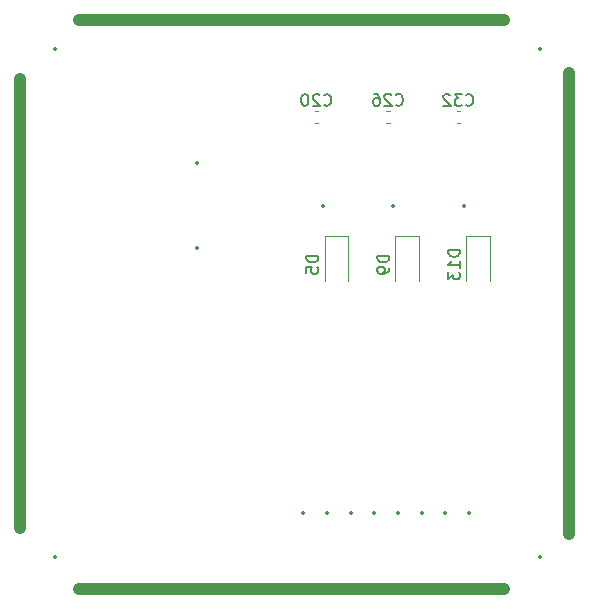
<source format=gbo>
%TF.GenerationSoftware,KiCad,Pcbnew,8.0.1*%
%TF.CreationDate,2024-09-08T16:24:45+01:00*%
%TF.ProjectId,BaselineRP2040MotorController,42617365-6c69-46e6-9552-50323034304d,rev?*%
%TF.SameCoordinates,Original*%
%TF.FileFunction,Legend,Bot*%
%TF.FilePolarity,Positive*%
%FSLAX46Y46*%
G04 Gerber Fmt 4.6, Leading zero omitted, Abs format (unit mm)*
G04 Created by KiCad (PCBNEW 8.0.1) date 2024-09-08 16:24:45*
%MOMM*%
%LPD*%
G01*
G04 APERTURE LIST*
%ADD10C,1.000000*%
%ADD11C,0.150000*%
%ADD12C,0.120000*%
%ADD13C,0.350000*%
G04 APERTURE END LIST*
D10*
X85900000Y-57600000D02*
X85900000Y-96600000D01*
X39400000Y-96100000D02*
X39400000Y-58100000D01*
X80400000Y-101260000D02*
X44400000Y-101260000D01*
X44400000Y-53100000D02*
X80400000Y-53100000D01*
D11*
X71202857Y-60279580D02*
X71250476Y-60327200D01*
X71250476Y-60327200D02*
X71393333Y-60374819D01*
X71393333Y-60374819D02*
X71488571Y-60374819D01*
X71488571Y-60374819D02*
X71631428Y-60327200D01*
X71631428Y-60327200D02*
X71726666Y-60231961D01*
X71726666Y-60231961D02*
X71774285Y-60136723D01*
X71774285Y-60136723D02*
X71821904Y-59946247D01*
X71821904Y-59946247D02*
X71821904Y-59803390D01*
X71821904Y-59803390D02*
X71774285Y-59612914D01*
X71774285Y-59612914D02*
X71726666Y-59517676D01*
X71726666Y-59517676D02*
X71631428Y-59422438D01*
X71631428Y-59422438D02*
X71488571Y-59374819D01*
X71488571Y-59374819D02*
X71393333Y-59374819D01*
X71393333Y-59374819D02*
X71250476Y-59422438D01*
X71250476Y-59422438D02*
X71202857Y-59470057D01*
X70821904Y-59470057D02*
X70774285Y-59422438D01*
X70774285Y-59422438D02*
X70679047Y-59374819D01*
X70679047Y-59374819D02*
X70440952Y-59374819D01*
X70440952Y-59374819D02*
X70345714Y-59422438D01*
X70345714Y-59422438D02*
X70298095Y-59470057D01*
X70298095Y-59470057D02*
X70250476Y-59565295D01*
X70250476Y-59565295D02*
X70250476Y-59660533D01*
X70250476Y-59660533D02*
X70298095Y-59803390D01*
X70298095Y-59803390D02*
X70869523Y-60374819D01*
X70869523Y-60374819D02*
X70250476Y-60374819D01*
X69393333Y-59374819D02*
X69583809Y-59374819D01*
X69583809Y-59374819D02*
X69679047Y-59422438D01*
X69679047Y-59422438D02*
X69726666Y-59470057D01*
X69726666Y-59470057D02*
X69821904Y-59612914D01*
X69821904Y-59612914D02*
X69869523Y-59803390D01*
X69869523Y-59803390D02*
X69869523Y-60184342D01*
X69869523Y-60184342D02*
X69821904Y-60279580D01*
X69821904Y-60279580D02*
X69774285Y-60327200D01*
X69774285Y-60327200D02*
X69679047Y-60374819D01*
X69679047Y-60374819D02*
X69488571Y-60374819D01*
X69488571Y-60374819D02*
X69393333Y-60327200D01*
X69393333Y-60327200D02*
X69345714Y-60279580D01*
X69345714Y-60279580D02*
X69298095Y-60184342D01*
X69298095Y-60184342D02*
X69298095Y-59946247D01*
X69298095Y-59946247D02*
X69345714Y-59851009D01*
X69345714Y-59851009D02*
X69393333Y-59803390D01*
X69393333Y-59803390D02*
X69488571Y-59755771D01*
X69488571Y-59755771D02*
X69679047Y-59755771D01*
X69679047Y-59755771D02*
X69774285Y-59803390D01*
X69774285Y-59803390D02*
X69821904Y-59851009D01*
X69821904Y-59851009D02*
X69869523Y-59946247D01*
X77147855Y-60289578D02*
X77195474Y-60337198D01*
X77195474Y-60337198D02*
X77338331Y-60384817D01*
X77338331Y-60384817D02*
X77433569Y-60384817D01*
X77433569Y-60384817D02*
X77576426Y-60337198D01*
X77576426Y-60337198D02*
X77671664Y-60241959D01*
X77671664Y-60241959D02*
X77719283Y-60146721D01*
X77719283Y-60146721D02*
X77766902Y-59956245D01*
X77766902Y-59956245D02*
X77766902Y-59813388D01*
X77766902Y-59813388D02*
X77719283Y-59622912D01*
X77719283Y-59622912D02*
X77671664Y-59527674D01*
X77671664Y-59527674D02*
X77576426Y-59432436D01*
X77576426Y-59432436D02*
X77433569Y-59384817D01*
X77433569Y-59384817D02*
X77338331Y-59384817D01*
X77338331Y-59384817D02*
X77195474Y-59432436D01*
X77195474Y-59432436D02*
X77147855Y-59480055D01*
X76814521Y-59384817D02*
X76195474Y-59384817D01*
X76195474Y-59384817D02*
X76528807Y-59765769D01*
X76528807Y-59765769D02*
X76385950Y-59765769D01*
X76385950Y-59765769D02*
X76290712Y-59813388D01*
X76290712Y-59813388D02*
X76243093Y-59861007D01*
X76243093Y-59861007D02*
X76195474Y-59956245D01*
X76195474Y-59956245D02*
X76195474Y-60194340D01*
X76195474Y-60194340D02*
X76243093Y-60289578D01*
X76243093Y-60289578D02*
X76290712Y-60337198D01*
X76290712Y-60337198D02*
X76385950Y-60384817D01*
X76385950Y-60384817D02*
X76671664Y-60384817D01*
X76671664Y-60384817D02*
X76766902Y-60337198D01*
X76766902Y-60337198D02*
X76814521Y-60289578D01*
X75814521Y-59480055D02*
X75766902Y-59432436D01*
X75766902Y-59432436D02*
X75671664Y-59384817D01*
X75671664Y-59384817D02*
X75433569Y-59384817D01*
X75433569Y-59384817D02*
X75338331Y-59432436D01*
X75338331Y-59432436D02*
X75290712Y-59480055D01*
X75290712Y-59480055D02*
X75243093Y-59575293D01*
X75243093Y-59575293D02*
X75243093Y-59670531D01*
X75243093Y-59670531D02*
X75290712Y-59813388D01*
X75290712Y-59813388D02*
X75862140Y-60384817D01*
X75862140Y-60384817D02*
X75243093Y-60384817D01*
X76654819Y-72585715D02*
X75654819Y-72585715D01*
X75654819Y-72585715D02*
X75654819Y-72823810D01*
X75654819Y-72823810D02*
X75702438Y-72966667D01*
X75702438Y-72966667D02*
X75797676Y-73061905D01*
X75797676Y-73061905D02*
X75892914Y-73109524D01*
X75892914Y-73109524D02*
X76083390Y-73157143D01*
X76083390Y-73157143D02*
X76226247Y-73157143D01*
X76226247Y-73157143D02*
X76416723Y-73109524D01*
X76416723Y-73109524D02*
X76511961Y-73061905D01*
X76511961Y-73061905D02*
X76607200Y-72966667D01*
X76607200Y-72966667D02*
X76654819Y-72823810D01*
X76654819Y-72823810D02*
X76654819Y-72585715D01*
X76654819Y-74109524D02*
X76654819Y-73538096D01*
X76654819Y-73823810D02*
X75654819Y-73823810D01*
X75654819Y-73823810D02*
X75797676Y-73728572D01*
X75797676Y-73728572D02*
X75892914Y-73633334D01*
X75892914Y-73633334D02*
X75940533Y-73538096D01*
X75654819Y-74442858D02*
X75654819Y-75061905D01*
X75654819Y-75061905D02*
X76035771Y-74728572D01*
X76035771Y-74728572D02*
X76035771Y-74871429D01*
X76035771Y-74871429D02*
X76083390Y-74966667D01*
X76083390Y-74966667D02*
X76131009Y-75014286D01*
X76131009Y-75014286D02*
X76226247Y-75061905D01*
X76226247Y-75061905D02*
X76464342Y-75061905D01*
X76464342Y-75061905D02*
X76559580Y-75014286D01*
X76559580Y-75014286D02*
X76607200Y-74966667D01*
X76607200Y-74966667D02*
X76654819Y-74871429D01*
X76654819Y-74871429D02*
X76654819Y-74585715D01*
X76654819Y-74585715D02*
X76607200Y-74490477D01*
X76607200Y-74490477D02*
X76559580Y-74442858D01*
X70654817Y-73061904D02*
X69654817Y-73061904D01*
X69654817Y-73061904D02*
X69654817Y-73299999D01*
X69654817Y-73299999D02*
X69702436Y-73442856D01*
X69702436Y-73442856D02*
X69797674Y-73538094D01*
X69797674Y-73538094D02*
X69892912Y-73585713D01*
X69892912Y-73585713D02*
X70083388Y-73633332D01*
X70083388Y-73633332D02*
X70226245Y-73633332D01*
X70226245Y-73633332D02*
X70416721Y-73585713D01*
X70416721Y-73585713D02*
X70511959Y-73538094D01*
X70511959Y-73538094D02*
X70607198Y-73442856D01*
X70607198Y-73442856D02*
X70654817Y-73299999D01*
X70654817Y-73299999D02*
X70654817Y-73061904D01*
X70654817Y-74109523D02*
X70654817Y-74299999D01*
X70654817Y-74299999D02*
X70607198Y-74395237D01*
X70607198Y-74395237D02*
X70559578Y-74442856D01*
X70559578Y-74442856D02*
X70416721Y-74538094D01*
X70416721Y-74538094D02*
X70226245Y-74585713D01*
X70226245Y-74585713D02*
X69845293Y-74585713D01*
X69845293Y-74585713D02*
X69750055Y-74538094D01*
X69750055Y-74538094D02*
X69702436Y-74490475D01*
X69702436Y-74490475D02*
X69654817Y-74395237D01*
X69654817Y-74395237D02*
X69654817Y-74204761D01*
X69654817Y-74204761D02*
X69702436Y-74109523D01*
X69702436Y-74109523D02*
X69750055Y-74061904D01*
X69750055Y-74061904D02*
X69845293Y-74014285D01*
X69845293Y-74014285D02*
X70083388Y-74014285D01*
X70083388Y-74014285D02*
X70178626Y-74061904D01*
X70178626Y-74061904D02*
X70226245Y-74109523D01*
X70226245Y-74109523D02*
X70273864Y-74204761D01*
X70273864Y-74204761D02*
X70273864Y-74395237D01*
X70273864Y-74395237D02*
X70226245Y-74490475D01*
X70226245Y-74490475D02*
X70178626Y-74538094D01*
X70178626Y-74538094D02*
X70083388Y-74585713D01*
X65142857Y-60289580D02*
X65190476Y-60337200D01*
X65190476Y-60337200D02*
X65333333Y-60384819D01*
X65333333Y-60384819D02*
X65428571Y-60384819D01*
X65428571Y-60384819D02*
X65571428Y-60337200D01*
X65571428Y-60337200D02*
X65666666Y-60241961D01*
X65666666Y-60241961D02*
X65714285Y-60146723D01*
X65714285Y-60146723D02*
X65761904Y-59956247D01*
X65761904Y-59956247D02*
X65761904Y-59813390D01*
X65761904Y-59813390D02*
X65714285Y-59622914D01*
X65714285Y-59622914D02*
X65666666Y-59527676D01*
X65666666Y-59527676D02*
X65571428Y-59432438D01*
X65571428Y-59432438D02*
X65428571Y-59384819D01*
X65428571Y-59384819D02*
X65333333Y-59384819D01*
X65333333Y-59384819D02*
X65190476Y-59432438D01*
X65190476Y-59432438D02*
X65142857Y-59480057D01*
X64761904Y-59480057D02*
X64714285Y-59432438D01*
X64714285Y-59432438D02*
X64619047Y-59384819D01*
X64619047Y-59384819D02*
X64380952Y-59384819D01*
X64380952Y-59384819D02*
X64285714Y-59432438D01*
X64285714Y-59432438D02*
X64238095Y-59480057D01*
X64238095Y-59480057D02*
X64190476Y-59575295D01*
X64190476Y-59575295D02*
X64190476Y-59670533D01*
X64190476Y-59670533D02*
X64238095Y-59813390D01*
X64238095Y-59813390D02*
X64809523Y-60384819D01*
X64809523Y-60384819D02*
X64190476Y-60384819D01*
X63571428Y-59384819D02*
X63476190Y-59384819D01*
X63476190Y-59384819D02*
X63380952Y-59432438D01*
X63380952Y-59432438D02*
X63333333Y-59480057D01*
X63333333Y-59480057D02*
X63285714Y-59575295D01*
X63285714Y-59575295D02*
X63238095Y-59765771D01*
X63238095Y-59765771D02*
X63238095Y-60003866D01*
X63238095Y-60003866D02*
X63285714Y-60194342D01*
X63285714Y-60194342D02*
X63333333Y-60289580D01*
X63333333Y-60289580D02*
X63380952Y-60337200D01*
X63380952Y-60337200D02*
X63476190Y-60384819D01*
X63476190Y-60384819D02*
X63571428Y-60384819D01*
X63571428Y-60384819D02*
X63666666Y-60337200D01*
X63666666Y-60337200D02*
X63714285Y-60289580D01*
X63714285Y-60289580D02*
X63761904Y-60194342D01*
X63761904Y-60194342D02*
X63809523Y-60003866D01*
X63809523Y-60003866D02*
X63809523Y-59765771D01*
X63809523Y-59765771D02*
X63761904Y-59575295D01*
X63761904Y-59575295D02*
X63714285Y-59480057D01*
X63714285Y-59480057D02*
X63666666Y-59432438D01*
X63666666Y-59432438D02*
X63571428Y-59384819D01*
X64654819Y-73061906D02*
X63654819Y-73061906D01*
X63654819Y-73061906D02*
X63654819Y-73300001D01*
X63654819Y-73300001D02*
X63702438Y-73442858D01*
X63702438Y-73442858D02*
X63797676Y-73538096D01*
X63797676Y-73538096D02*
X63892914Y-73585715D01*
X63892914Y-73585715D02*
X64083390Y-73633334D01*
X64083390Y-73633334D02*
X64226247Y-73633334D01*
X64226247Y-73633334D02*
X64416723Y-73585715D01*
X64416723Y-73585715D02*
X64511961Y-73538096D01*
X64511961Y-73538096D02*
X64607200Y-73442858D01*
X64607200Y-73442858D02*
X64654819Y-73300001D01*
X64654819Y-73300001D02*
X64654819Y-73061906D01*
X63654819Y-74538096D02*
X63654819Y-74061906D01*
X63654819Y-74061906D02*
X64131009Y-74014287D01*
X64131009Y-74014287D02*
X64083390Y-74061906D01*
X64083390Y-74061906D02*
X64035771Y-74157144D01*
X64035771Y-74157144D02*
X64035771Y-74395239D01*
X64035771Y-74395239D02*
X64083390Y-74490477D01*
X64083390Y-74490477D02*
X64131009Y-74538096D01*
X64131009Y-74538096D02*
X64226247Y-74585715D01*
X64226247Y-74585715D02*
X64464342Y-74585715D01*
X64464342Y-74585715D02*
X64559580Y-74538096D01*
X64559580Y-74538096D02*
X64607200Y-74490477D01*
X64607200Y-74490477D02*
X64654819Y-74395239D01*
X64654819Y-74395239D02*
X64654819Y-74157144D01*
X64654819Y-74157144D02*
X64607200Y-74061906D01*
X64607200Y-74061906D02*
X64559580Y-74014287D01*
D12*
%TO.C,C26*%
X70419420Y-60840000D02*
X70700579Y-60839999D01*
X70419421Y-61860001D02*
X70700580Y-61860000D01*
%TO.C,C32*%
X76364416Y-61870003D02*
X76645574Y-61870002D01*
X76364422Y-60849994D02*
X76645580Y-60849993D01*
%TO.C,D13*%
X77190001Y-75200001D02*
X77190001Y-71440001D01*
X79210000Y-71439998D02*
X77190001Y-71440001D01*
X79210000Y-75200002D02*
X79210000Y-71439998D01*
%TO.C,D9*%
X71190001Y-75200001D02*
X71190000Y-71439998D01*
X73210000Y-71440003D02*
X71190000Y-71439998D01*
X73210000Y-75200002D02*
X73210000Y-71440003D01*
%TO.C,C20*%
X64359418Y-61870004D02*
X64640575Y-61870004D01*
X64359425Y-60849996D02*
X64640582Y-60849996D01*
%TO.C,D5*%
X65190001Y-75200001D02*
X65190001Y-71440001D01*
X67210000Y-71439998D02*
X65190001Y-71440001D01*
X67210000Y-75200002D02*
X67210000Y-71439998D01*
%TD*%
D13*
X54400000Y-65224999D03*
X54400000Y-72425001D03*
X71000000Y-68829998D03*
X77000000Y-68829998D03*
X42400000Y-55600000D03*
X63400000Y-94900000D03*
X65400000Y-94900000D03*
X67400000Y-94900000D03*
X69400000Y-94900000D03*
X71400000Y-94900000D03*
X73400000Y-94900000D03*
X75400000Y-94900000D03*
X77400000Y-94900000D03*
X65034997Y-68829998D03*
X42400000Y-98600000D03*
X83400000Y-98600000D03*
X83400000Y-55600000D03*
M02*

</source>
